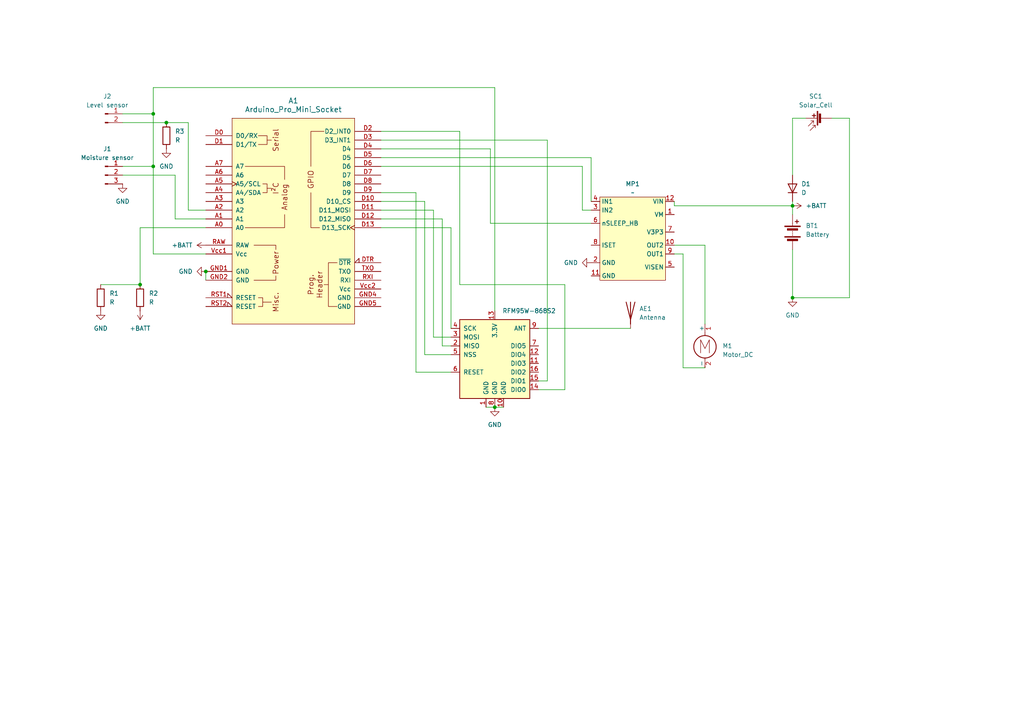
<source format=kicad_sch>
(kicad_sch (version 20250114) (generator "eeschema") (generator_version "9.0")
  (paper "A4")
  (lib_symbols
    (symbol "Connector:Conn_01x02_Pin" (pin_names (offset 1.016) (hide yes))
      (property "Reference" "J" (at 0 2.54 0))
      (property "Value" "Conn_01x02_Pin" (at 0 -5.08 0))
      (symbol "Conn_01x02_Pin_1_1"
        (rectangle (start 0.8636 0.127) (end 0 -0.127) (stroke (width 0.1524)) (fill (type outline)))
        (rectangle (start 0.8636 -2.413) (end 0 -2.667) (stroke (width 0.1524)) (fill (type outline)))
        (polyline (pts (xy 1.27 0) (xy 0.8636 0)) (stroke (width 0.1524)))
        (polyline (pts (xy 1.27 -2.54) (xy 0.8636 -2.54)) (stroke (width 0.1524)))
        (pin passive line (at 5.08 0 180) (length 3.81) (name "Pin_1") (number "1"))
        (pin passive line (at 5.08 -2.54 180) (length 3.81) (name "Pin_2") (number "2"))
      )
    )
    (symbol "Connector:Conn_01x03_Pin" (pin_names (offset 1.016) (hide yes))
      (property "Reference" "J" (at 0 5.08 0))
      (property "Value" "Conn_01x03_Pin" (at 0 -5.08 0))
      (symbol "Conn_01x03_Pin_1_1"
        (rectangle (start 0.8636 2.667) (end 0 2.413) (stroke (width 0.1524)) (fill (type outline)))
        (rectangle (start 0.8636 0.127) (end 0 -0.127) (stroke (width 0.1524)) (fill (type outline)))
        (rectangle (start 0.8636 -2.413) (end 0 -2.667) (stroke (width 0.1524)) (fill (type outline)))
        (polyline (pts (xy 1.27 2.54) (xy 0.8636 2.54)) (stroke (width 0.1524)))
        (polyline (pts (xy 1.27 0) (xy 0.8636 0)) (stroke (width 0.1524)))
        (polyline (pts (xy 1.27 -2.54) (xy 0.8636 -2.54)) (stroke (width 0.1524)))
        (pin passive line (at 5.08 2.54 180) (length 3.81) (name "Pin_1") (number "1"))
        (pin passive line (at 5.08 0 180) (length 3.81) (name "Pin_2") (number "2"))
        (pin passive line (at 5.08 -2.54 180) (length 3.81) (name "Pin_3") (number "3"))
      )
    )
    (symbol "Device:Antenna" (pin_numbers (hide yes)) (pin_names (offset 1.016) (hide yes))
      (property "Reference" "AE" (at -1.905 1.905 0))
      (property "Value" "Antenna" (at -1.905 0 0))
      (symbol "Antenna_0_1"
        (polyline (pts (xy 0 2.54) (xy 0 -3.81)) (stroke (width 0.254)))
        (polyline (pts (xy 1.27 2.54) (xy 0 -2.54) (xy -1.27 2.54)) (stroke (width 0.254)))
      )
      (symbol "Antenna_1_1"
        (pin input line (at 0 -5.08 90) (length 2.54) (name "A") (number "1"))
      )
    )
    (symbol "Device:Battery" (pin_numbers (hide yes)) (pin_names (offset 0) (hide yes))
      (property "Reference" "BT" (at 2.54 2.54 0))
      (property "Value" "Battery" (at 2.54 0 0))
      (symbol "Battery_0_1"
        (rectangle (start -2.286 1.778) (end 2.286 1.524) (fill (type outline)))
        (rectangle (start -2.286 -1.27) (end 2.286 -1.524) (fill (type outline)))
        (rectangle (start -1.524 1.016) (end 1.524 0.508) (fill (type outline)))
        (rectangle (start -1.524 -2.032) (end 1.524 -2.54) (fill (type outline)))
        (polyline (pts (xy 0 1.778) (xy 0 2.54)))
        (polyline (pts (xy 0 0) (xy 0 0.254)))
        (polyline (pts (xy 0 -0.508) (xy 0 -0.254)))
        (polyline (pts (xy 0 -1.016) (xy 0 -0.762)))
        (polyline (pts (xy 0.762 3.048) (xy 1.778 3.048)) (stroke (width 0.254)))
        (polyline (pts (xy 1.27 3.556) (xy 1.27 2.54)) (stroke (width 0.254)))
      )
      (symbol "Battery_1_1"
        (pin passive line (at 0 5.08 270) (length 2.54) (name "+") (number "1"))
        (pin passive line (at 0 -5.08 90) (length 2.54) (name "-") (number "2"))
      )
    )
    (symbol "Device:D" (pin_numbers (hide yes)) (pin_names (offset 1.016) (hide yes))
      (property "Reference" "D" (at 0 2.54 0))
      (property "Value" "D" (at 0 -2.54 0))
      (symbol "D_0_1"
        (polyline (pts (xy -1.27 1.27) (xy -1.27 -1.27)) (stroke (width 0.254)))
        (polyline (pts (xy 1.27 1.27) (xy 1.27 -1.27) (xy -1.27 0) (xy 1.27 1.27)) (stroke (width 0.254)))
        (polyline (pts (xy 1.27 0) (xy -1.27 0)))
      )
      (symbol "D_1_1"
        (pin passive line (at -3.81 0 0) (length 2.54) (name "K") (number "1"))
        (pin passive line (at 3.81 0 180) (length 2.54) (name "A") (number "2"))
      )
    )
    (symbol "Device:R" (pin_numbers (hide yes)) (pin_names (offset 0))
      (property "Reference" "R" (at 2.032 0 90))
      (property "Value" "R" (at 0 0 90))
      (symbol "R_0_1"
        (rectangle (start -1.016 -2.54) (end 1.016 2.54) (stroke (width 0.254)))
      )
      (symbol "R_1_1"
        (pin passive line (at 0 3.81 270) (length 1.27) (name "~") (number "1"))
        (pin passive line (at 0 -3.81 90) (length 1.27) (name "~") (number "2"))
      )
    )
    (symbol "Device:Solar_Cell" (pin_numbers (hide yes)) (pin_names (offset 0) (hide yes))
      (property "Reference" "SC" (at 2.54 2.54 0))
      (property "Value" "Solar_Cell" (at 2.54 0 0))
      (symbol "Solar_Cell_0_1"
        (polyline (pts (xy -2.032 3.048) (xy -2.032 2.286) (xy -2.794 2.286)))
        (polyline (pts (xy -2.032 2.286) (xy -3.556 3.81)))
        (rectangle (start -2.032 1.778) (end 2.032 1.524) (fill (type outline)))
        (rectangle (start -1.3208 1.1938) (end 1.27 0.6858) (fill (type outline)))
        (polyline (pts (xy -0.762 3.556) (xy -0.762 2.794) (xy -1.524 2.794)))
        (polyline (pts (xy -0.762 2.794) (xy -2.286 4.318)))
        (polyline (pts (xy 0 1.778) (xy 0 2.54)))
        (polyline (pts (xy 0 0.762) (xy 0 0)))
        (polyline (pts (xy 0.254 2.667) (xy 1.27 2.667)) (stroke (width 0.254)))
        (polyline (pts (xy 0.762 3.175) (xy 0.762 2.159)) (stroke (width 0.254)))
      )
      (symbol "Solar_Cell_1_1"
        (pin passive line (at 0 5.08 270) (length 2.54) (name "+") (number "1"))
        (pin passive line (at 0 -2.54 90) (length 2.54) (name "-") (number "2"))
      )
    )
    (symbol "Motor:Motor_DC" (pin_names (offset 0))
      (property "Reference" "M" (at 2.54 2.54 0))
      (property "Value" "Motor_DC" (at 2.54 -5.08 0))
      (symbol "Motor_DC_0_0"
        (polyline (pts (xy -1.27 -3.302) (xy -1.27 0.508) (xy 0 -2.032) (xy 1.27 0.508) (xy 1.27 -3.302)))
      )
      (symbol "Motor_DC_0_1"
        (polyline (pts (xy 0 2.032) (xy 0 2.54)))
        (polyline (pts (xy 0 1.7272) (xy 0 2.0828)))
        (circle (center 0 -1.524) (radius 3.2512) (stroke (width 0.254)))
        (polyline (pts (xy 0 -4.7752) (xy 0 -5.1816)))
        (polyline (pts (xy 0 -7.62) (xy 0 -7.112)))
      )
      (symbol "Motor_DC_1_1"
        (pin passive line (at 0 5.08 270) (length 2.54) (name "+") (number "1"))
        (pin passive line (at 0 -7.62 90) (length 2.54) (name "-") (number "2"))
      )
    )
    (symbol "PCM_arduino-library:Arduino_Pro_Mini_Socket" (pin_names (offset 1.016))
      (property "Reference" "A" (at 0 36.83 0))
      (property "Value" "Arduino_Pro_Mini_Socket" (at 0 33.02 0))
      (symbol "Arduino_Pro_Mini_Socket_0_0"
        (rectangle (start -17.78 30.48) (end 17.78 -29.21) (fill (type background)))
        (polyline (pts (xy -11.43 -16.51) (xy -5.08 -16.51) (xy -5.08 -15.24)))
        (polyline (pts (xy -10.16 25.4) (xy -7.62 25.4) (xy -7.62 22.86) (xy -10.16 22.86)))
        (polyline (pts (xy -8.89 11.43) (xy -7.62 11.43) (xy -7.62 8.89) (xy -8.89 8.89)))
        (polyline (pts (xy -7.62 24.13) (xy -6.35 24.13)))
        (polyline (pts (xy -7.62 10.16) (xy -6.35 10.16)))
        (polyline (pts (xy -6.35 -22.86) (xy -8.89 -22.86)))
        (polyline (pts (xy -5.08 -7.62) (xy -5.08 -6.35) (xy -11.43 -6.35)))
        (polyline (pts (xy -2.54 12.7) (xy -2.54 16.51) (xy -13.97 16.51)))
        (polyline (pts (xy -2.54 2.54) (xy -2.54 -1.27) (xy -13.97 -1.27)))
        (polyline (pts (xy 12.7 -11.43) (xy 10.16 -11.43) (xy 10.16 -16.51) (xy 10.16 -17.78) (xy 8.89 -17.78) (xy 10.16 -17.78) (xy 10.16 -24.13) (xy 12.7 -24.13)))
        (text "Serial" (at -5.08 24.13 900) (effects (font (size 1.524 1.524))))
        (text "I²C" (at -5.08 10.16 900) (effects (font (size 1.524 1.524))))
        (text "Power" (at -5.08 -11.43 900) (effects (font (size 1.524 1.524))))
        (text "Misc." (at -5.08 -22.86 900) (effects (font (size 1.524 1.524))))
        (text "Analog" (at -2.54 7.62 900) (effects (font (size 1.524 1.524))))
        (text "Prog." (at 5.08 -17.78 900) (effects (font (size 1.524 1.524))))
        (text "Header" (at 7.62 -17.78 900) (effects (font (size 1.524 1.524))))
      )
      (symbol "Arduino_Pro_Mini_Socket_0_1"
        (polyline (pts (xy -10.16 -24.13) (xy -8.89 -24.13) (xy -8.89 -21.59) (xy -10.16 -21.59)))
        (polyline (pts (xy 7.62 -1.27) (xy 5.08 -1.27) (xy 5.08 8.89)))
        (polyline (pts (xy 8.89 26.67) (xy 5.08 26.67) (xy 5.08 16.51)))
      )
      (symbol "Arduino_Pro_Mini_Socket_1_0"
        (text "GPIO" (at 5.08 12.7 900) (effects (font (size 1.524 1.524))))
      )
      (symbol "Arduino_Pro_Mini_Socket_1_1"
        (pin bidirectional line (at -25.4 25.4 0) (length 7.62) (name "D0/RX") (number "D0"))
        (pin bidirectional line (at -25.4 22.86 0) (length 7.62) (name "D1/TX") (number "D1"))
        (pin input line (at -25.4 16.51 0) (length 7.62) (name "A7") (number "A7"))
        (pin input line (at -25.4 13.97 0) (length 7.62) (name "A6") (number "A6"))
        (pin bidirectional clock (at -25.4 11.43 0) (length 7.62) (name "A5/SCL") (number "A5"))
        (pin bidirectional line (at -25.4 8.89 0) (length 7.62) (name "A4/SDA") (number "A4"))
        (pin bidirectional line (at -25.4 6.35 0) (length 7.62) (name "A3") (number "A3"))
        (pin bidirectional line (at -25.4 3.81 0) (length 7.62) (name "A2") (number "A2"))
        (pin bidirectional line (at -25.4 1.27 0) (length 7.62) (name "A1") (number "A1"))
        (pin bidirectional line (at -25.4 -1.27 0) (length 7.62) (name "A0") (number "A0"))
        (pin power_in line (at -25.4 -6.35 0) (length 7.62) (name "RAW") (number "RAW"))
        (pin power_in line (at -25.4 -8.89 0) (length 7.62) (name "Vcc") (number "Vcc1"))
        (pin power_in line (at -25.4 -13.97 0) (length 7.62) (name "GND") (number "GND1"))
        (pin power_in line (at -25.4 -16.51 0) (length 7.62) (name "GND") (number "GND2"))
        (pin open_collector input_low (at -25.4 -21.59 0) (length 7.62) (name "RESET") (number "RST1"))
        (pin open_collector input_low (at -25.4 -24.13 0) (length 7.62) (name "RESET") (number "RST2"))
        (pin bidirectional line (at 25.4 26.67 180) (length 7.62) (name "D2_INT0") (number "D2"))
        (pin bidirectional line (at 25.4 24.13 180) (length 7.62) (name "D3_INT1") (number "D3"))
        (pin bidirectional line (at 25.4 21.59 180) (length 7.62) (name "D4") (number "D4"))
        (pin bidirectional line (at 25.4 19.05 180) (length 7.62) (name "D5") (number "D5"))
        (pin bidirectional line (at 25.4 16.51 180) (length 7.62) (name "D6") (number "D6"))
        (pin bidirectional line (at 25.4 13.97 180) (length 7.62) (name "D7") (number "D7"))
        (pin bidirectional line (at 25.4 11.43 180) (length 7.62) (name "D8") (number "D8"))
        (pin bidirectional line (at 25.4 8.89 180) (length 7.62) (name "D9") (number "D9"))
        (pin bidirectional line (at 25.4 6.35 180) (length 7.62) (name "D10_CS") (number "D10"))
        (pin bidirectional line (at 25.4 3.81 180) (length 7.62) (name "D11_MOSI") (number "D11"))
        (pin bidirectional line (at 25.4 1.27 180) (length 7.62) (name "D12_MISO") (number "D12"))
        (pin bidirectional clock (at 25.4 -1.27 180) (length 7.62) (name "D13_SCK") (number "D13"))
        (pin input input_low (at 25.4 -11.43 180) (length 7.62) (name "~{DTR}") (number "DTR"))
        (pin output line (at 25.4 -13.97 180) (length 7.62) (name "TXO") (number "TXO"))
        (pin input line (at 25.4 -16.51 180) (length 7.62) (name "RXI") (number "RXI"))
        (pin power_in line (at 25.4 -19.05 180) (length 7.62) (name "Vcc") (number "Vcc2"))
        (pin power_in line (at 25.4 -21.59 180) (length 7.62) (name "GND") (number "GND4"))
        (pin power_in line (at 25.4 -24.13 180) (length 7.62) (name "GND") (number "GND5"))
      )
    )
    (symbol "RF_Module:RFM95W-868S2" (pin_names (offset 1.016))
      (property "Reference" "U" (at -10.414 11.684 0))
      (property "Value" "RFM95W-868S2" (at 1.524 11.43 0))
      (symbol "RFM95W-868S2_0_1"
        (rectangle (start -10.16 10.16) (end 10.16 -12.7) (stroke (width 0.254)) (fill (type background)))
      )
      (symbol "RFM95W-868S2_1_1"
        (pin input line (at -12.7 7.62 0) (length 2.54) (name "SCK") (number "4"))
        (pin input line (at -12.7 5.08 0) (length 2.54) (name "MOSI") (number "3"))
        (pin output line (at -12.7 2.54 0) (length 2.54) (name "MISO") (number "2"))
        (pin input line (at -12.7 0 0) (length 2.54) (name "NSS") (number "5"))
        (pin bidirectional line (at -12.7 -5.08 0) (length 2.54) (name "RESET") (number "6"))
        (pin power_in line (at -2.54 -15.24 90) (length 2.54) (name "GND") (number "1"))
        (pin power_in line (at 0 12.7 270) (length 2.54) (name "3.3V") (number "13"))
        (pin power_in line (at 0 -15.24 90) (length 2.54) (name "GND") (number "8"))
        (pin power_in line (at 2.54 -15.24 90) (length 2.54) (name "GND") (number "10"))
        (pin bidirectional line (at 12.7 7.62 180) (length 2.54) (name "ANT") (number "9"))
        (pin bidirectional line (at 12.7 2.54 180) (length 2.54) (name "DIO5") (number "7"))
        (pin bidirectional line (at 12.7 0 180) (length 2.54) (name "DIO4") (number "12"))
        (pin bidirectional line (at 12.7 -2.54 180) (length 2.54) (name "DIO3") (number "11"))
        (pin bidirectional line (at 12.7 -5.08 180) (length 2.54) (name "DIO2") (number "16"))
        (pin bidirectional line (at 12.7 -7.62 180) (length 2.54) (name "DIO1") (number "15"))
        (pin bidirectional line (at 12.7 -10.16 180) (length 2.54) (name "DIO0") (number "14"))
      )
    )
    (symbol "power:+BATT" (power) (pin_numbers (hide yes)) (pin_names (offset 0) (hide yes))
      (property "Value" "+BATT" (at 0 3.556 0))
      (symbol "+BATT_0_1"
        (polyline (pts (xy -0.762 1.27) (xy 0 2.54)))
        (polyline (pts (xy 0 2.54) (xy 0.762 1.27)))
        (polyline (pts (xy 0 0) (xy 0 2.54)))
      )
      (symbol "+BATT_1_1"
        (pin power_in line (at 0 0 90) (length 0) (name "~") (number "1"))
      )
    )
    (symbol "power:GND" (power) (pin_numbers (hide yes)) (pin_names (offset 0) (hide yes))
      (property "Value" "GND" (at 0 -3.81 0))
      (symbol "GND_0_1"
        (polyline (pts (xy 0 0) (xy 0 -1.27) (xy 1.27 -1.27) (xy 0 -2.54) (xy -1.27 -1.27) (xy 0 -1.27)))
      )
      (symbol "GND_1_1"
        (pin power_in line (at 0 0 270) (length 0) (name "~") (number "1"))
      )
    )
    (symbol "watering:Driver_Motor{colon}Pololu_MP6550"
      (property "Reference" "MP1" (at -0.635 16.51 0))
      (property "Value" "~" (at -0.635 13.97 0))
      (symbol "Driver_Motor{colon}Pololu_MP6550_1_1"
        (rectangle (start -10.16 12.7) (end 8.89 -11.43) (fill (type background)))
        (pin input line (at -12.7 11.43 0) (length 2.54) (name "IN1") (number "4"))
        (pin input line (at -12.7 8.89 0) (length 2.54) (name "IN2") (number "3"))
        (pin input line (at -12.7 5.08 0) (length 2.54) (name "nSLEEP_HB") (number "6"))
        (pin free line (at -12.7 -1.27 0) (length 2.54) (name "ISET") (number "8"))
        (pin power_out line (at -12.7 -6.35 0) (length 2.54) (name "GND") (number "2"))
        (pin power_out line (at -12.7 -10.16 0) (length 2.54) (name "GND") (number "11"))
        (pin power_in line (at 11.43 11.43 180) (length 2.54) (name "VIN") (number "12"))
        (pin power_out line (at 11.43 7.62 180) (length 2.54) (name "VM") (number "1"))
        (pin power_out line (at 11.43 2.54 180) (length 2.54) (name "V3P3") (number "7"))
        (pin output line (at 11.43 -1.27 180) (length 2.54) (name "OUT2") (number "10"))
        (pin output line (at 11.43 -3.81 180) (length 2.54) (name "OUT1") (number "9"))
        (pin input line (at 11.43 -7.62 180) (length 2.54) (name "VISEN") (number "5"))
      )
    )
  )
  (junction (at 59.69 78.74))
  (junction (at 44.45 33.02))
  (junction (at 143.51 118.11))
  (junction (at 229.87 59.69))
  (junction (at 229.87 86.36))
  (junction (at 48.26 35.56))
  (junction (at 40.64 82.55))
  (junction (at 44.45 48.26))
  (wire (pts (xy 229.87 59.69) (xy 229.87 62.23)))
  (wire (pts (xy 158.75 40.64) (xy 158.75 110.49)))
  (wire (pts (xy 110.49 45.72) (xy 171.45 45.72)))
  (wire (pts (xy 50.8 50.8) (xy 50.8 63.5)))
  (wire (pts (xy 143.51 25.4) (xy 44.45 25.4)))
  (wire (pts (xy 229.87 72.39) (xy 229.87 86.36)))
  (wire (pts (xy 229.87 59.69) (xy 195.58 59.69)))
  (wire (pts (xy 156.21 95.25) (xy 182.88 95.25)))
  (wire (pts (xy 44.45 73.66) (xy 44.45 48.26)))
  (wire (pts (xy 123.19 58.42) (xy 123.19 102.87)))
  (wire (pts (xy 163.83 82.55) (xy 133.35 82.55)))
  (wire (pts (xy 110.49 63.5) (xy 128.27 63.5)))
  (wire (pts (xy 35.56 33.02) (xy 44.45 33.02)))
  (wire (pts (xy 156.21 110.49) (xy 158.75 110.49)))
  (wire (pts (xy 110.49 43.18) (xy 142.24 43.18)))
  (wire (pts (xy 125.73 60.96) (xy 125.73 97.79)))
  (wire (pts (xy 195.58 73.66) (xy 198.12 73.66)))
  (wire (pts (xy 110.49 55.88) (xy 120.65 55.88)))
  (wire (pts (xy 168.91 48.26) (xy 168.91 60.96)))
  (wire (pts (xy 241.3 34.29) (xy 246.38 34.29)))
  (wire (pts (xy 110.49 38.1) (xy 133.35 38.1)))
  (wire (pts (xy 246.38 34.29) (xy 246.38 86.36)))
  (wire (pts (xy 143.51 90.17) (xy 143.51 25.4)))
  (wire (pts (xy 123.19 102.87) (xy 130.81 102.87)))
  (wire (pts (xy 44.45 48.26) (xy 35.56 48.26)))
  (wire (pts (xy 29.21 82.55) (xy 40.64 82.55)))
  (wire (pts (xy 59.69 60.96) (xy 54.61 60.96)))
  (wire (pts (xy 140.97 118.11) (xy 143.51 118.11)))
  (wire (pts (xy 229.87 86.36) (xy 246.38 86.36)))
  (wire (pts (xy 110.49 60.96) (xy 125.73 60.96)))
  (wire (pts (xy 44.45 25.4) (xy 44.45 33.02)))
  (wire (pts (xy 168.91 60.96) (xy 171.45 60.96)))
  (wire (pts (xy 50.8 63.5) (xy 59.69 63.5)))
  (wire (pts (xy 59.69 73.66) (xy 44.45 73.66)))
  (wire (pts (xy 163.83 113.03) (xy 163.83 82.55)))
  (wire (pts (xy 198.12 73.66) (xy 198.12 106.68)))
  (wire (pts (xy 110.49 40.64) (xy 158.75 40.64)))
  (wire (pts (xy 142.24 43.18) (xy 142.24 64.77)))
  (wire (pts (xy 54.61 60.96) (xy 54.61 35.56)))
  (wire (pts (xy 233.68 34.29) (xy 229.87 34.29)))
  (wire (pts (xy 204.47 71.12) (xy 204.47 93.98)))
  (wire (pts (xy 171.45 45.72) (xy 171.45 58.42)))
  (wire (pts (xy 128.27 100.33) (xy 130.81 100.33)))
  (wire (pts (xy 110.49 66.04) (xy 130.81 66.04)))
  (wire (pts (xy 128.27 63.5) (xy 128.27 100.33)))
  (wire (pts (xy 35.56 35.56) (xy 48.26 35.56)))
  (wire (pts (xy 143.51 118.11) (xy 146.05 118.11)))
  (wire (pts (xy 133.35 82.55) (xy 133.35 38.1)))
  (wire (pts (xy 48.26 35.56) (xy 54.61 35.56)))
  (wire (pts (xy 59.69 66.04) (xy 40.64 66.04)))
  (wire (pts (xy 130.81 66.04) (xy 130.81 95.25)))
  (wire (pts (xy 130.81 97.79) (xy 125.73 97.79)))
  (wire (pts (xy 40.64 66.04) (xy 40.64 82.55)))
  (wire (pts (xy 195.58 71.12) (xy 204.47 71.12)))
  (wire (pts (xy 156.21 113.03) (xy 163.83 113.03)))
  (wire (pts (xy 110.49 48.26) (xy 168.91 48.26)))
  (wire (pts (xy 110.49 58.42) (xy 123.19 58.42)))
  (wire (pts (xy 35.56 50.8) (xy 50.8 50.8)))
  (wire (pts (xy 44.45 33.02) (xy 44.45 48.26)))
  (wire (pts (xy 59.69 78.74) (xy 59.69 81.28)))
  (wire (pts (xy 142.24 64.77) (xy 171.45 64.77)))
  (wire (pts (xy 120.65 107.95) (xy 130.81 107.95)))
  (wire (pts (xy 198.12 106.68) (xy 204.47 106.68)))
  (wire (pts (xy 120.65 55.88) (xy 120.65 107.95)))
  (wire (pts (xy 195.58 59.69) (xy 195.58 58.42)))
  (wire (pts (xy 229.87 58.42) (xy 229.87 59.69)))
  (wire (pts (xy 229.87 34.29) (xy 229.87 50.8)))
  (symbol (lib_id "power:+BATT") (at 40.64 90.17 180) (unit 1)
    (property "Reference" "#PWR07" (effects (hide yes)))
    (property "Value" "+BATT" (at 40.64 95.25 0))
    (property "Description" "Power symbol creates a global label with name \"+BATT\"" (effects (hide yes)))
  )
  (symbol (lib_id "Device:R") (at 40.64 86.36 0) (unit 1)
    (property "Reference" "R2" (at 43.18 85.0899 0) (effects (justify left)))
    (property "Value" "R" (at 43.18 87.6299 0) (effects (justify left)))
    (property "Footprint" "Resistor_THT:R_Axial_DIN0207_L6.3mm_D2.5mm_P10.16mm_Horizontal" (effects (hide yes)))
    (property "Description" "Resistor" (effects (hide yes)))
  )
  (symbol (lib_id "Device:Solar_Cell") (at 238.76 34.29 90) (unit 1)
    (property "Reference" "SC1" (at 236.601 27.94 90))
    (property "Value" "Solar_Cell" (at 236.601 30.48 90))
    (property "Footprint" "Connector_JST:JST_EH_B2B-EH-A_1x02_P2.50mm_Vertical" (effects (hide yes)))
    (property "Description" "Single solar cell" (effects (hide yes)))
  )
  (symbol (lib_id "Device:R") (at 29.21 86.36 0) (unit 1)
    (property "Reference" "R1" (at 31.75 85.0899 0) (effects (justify left)))
    (property "Value" "R" (at 31.75 87.6299 0) (effects (justify left)))
    (property "Footprint" "Resistor_THT:R_Axial_DIN0207_L6.3mm_D2.5mm_P10.16mm_Horizontal" (effects (hide yes)))
    (property "Description" "Resistor" (effects (hide yes)))
  )
  (symbol (lib_id "Connector:Conn_01x03_Pin") (at 30.48 50.8 0) (unit 1)
    (property "Reference" "J1" (at 31.115 43.18 0))
    (property "Value" "Moisture sensor" (at 31.115 45.72 0))
    (property "Footprint" "Connector_JST:JST_EH_B3B-EH-A_1x03_P2.50mm_Vertical" (effects (hide yes)))
    (property "Description" "Generic connector, single row, 01x03, script generated" (effects (hide yes)))
  )
  (symbol (lib_id "power:GND") (at 171.45 76.2 270) (unit 1)
    (property "Reference" "#PWR05" (effects (hide yes)))
    (property "Value" "GND" (at 167.64 76.1999 90) (effects (justify right)))
    (property "Description" "Power symbol creates a global label with name \"GND\" , ground" (effects (hide yes)))
  )
  (symbol (lib_id "power:GND") (at 29.21 90.17 0) (unit 1)
    (property "Reference" "#PWR06" (effects (hide yes)))
    (property "Value" "GND" (at 29.21 95.25 0))
    (property "Description" "Power symbol creates a global label with name \"GND\" , ground" (effects (hide yes)))
  )
  (symbol (lib_id "power:GND") (at 35.56 53.34 0) (unit 1)
    (property "Reference" "#PWR8" (effects (hide yes)))
    (property "Value" "GND" (at 35.56 58.42 0))
    (property "Description" "Power symbol creates a global label with name \"GND\" , ground" (effects (hide yes)))
  )
  (symbol (lib_id "power:GND") (at 143.51 118.11 0) (unit 1)
    (property "Reference" "#PWR9" (effects (hide yes)))
    (property "Value" "GND" (at 143.51 123.19 0))
    (property "Description" "Power symbol creates a global label with name \"GND\" , ground" (effects (hide yes)))
  )
  (symbol (lib_id "power:+BATT") (at 59.69 71.12 90) (unit 1)
    (property "Reference" "#PWR03" (effects (hide yes)))
    (property "Value" "+BATT" (at 55.88 71.1199 90) (effects (justify left)))
    (property "Description" "Power symbol creates a global label with name \"+BATT\"" (effects (hide yes)))
  )
  (symbol (lib_id "PCM_arduino-library:Arduino_Pro_Mini_Socket") (at 85.09 64.77 0) (unit 1)
    (property "Reference" "A1" (at 85.09 29.21 0) (effects (font (size 1.524 1.524))))
    (property "Value" "Arduino_Pro_Mini_Socket" (at 85.09 31.75 0) (effects (font (size 1.524 1.524))))
    (property "Footprint" "PCM_arduino-library:Arduino_Pro_Mini_Socket" (effects (hide yes)))
    (property "Datasheet" "https://docs.arduino.cc/retired/boards/arduino-pro-mini" (effects (hide yes)))
    (property "Description" "Socket for Arduino Pro Mini" (effects (hide yes)))
  )
  (symbol (lib_id "Motor:Motor_DC") (at 204.47 99.06 0) (unit 1)
    (property "Reference" "M1" (at 209.55 100.3299 0) (effects (justify left)))
    (property "Value" "Motor_DC" (at 209.55 102.8699 0) (effects (justify left)))
    (property "Footprint" "Connector_JST:JST_EH_B2B-EH-A_1x02_P2.50mm_Vertical" (effects (hide yes)))
    (property "Description" "DC Motor" (effects (hide yes)))
  )
  (symbol (lib_id "RF_Module:RFM95W-868S2") (at 143.51 102.87 0) (unit 1)
    (property "Reference" "U1" (effects (hide yes)))
    (property "Value" "RFM95W-868S2" (at 145.7041 90.17 0) (effects (justify left)))
    (property "Footprint" "RF_Module:HOPERF_RFM9XW_THT" (effects (hide yes)))
    (property "Datasheet" "https://www.hoperf.com/data/upload/portal/20181127/5bfcbea20e9ef.pdf" (effects (hide yes)))
    (property "Description" "Low power long range transceiver module, SPI and parallel interface, 868 MHz, spreading factor 6 to12, bandwidth 7.8 to 500kHz, -111 to -148 dBm, SMD-16, DIP-16" (effects (hide yes)))
  )
  (symbol (lib_id "Device:Battery") (at 229.87 67.31 0) (unit 1)
    (property "Reference" "BT1" (at 233.68 65.4684 0) (effects (justify left)))
    (property "Value" "Battery" (at 233.68 68.0084 0) (effects (justify left)))
    (property "Footprint" "Connector_JST:JST_EH_B2B-EH-A_1x02_P2.50mm_Vertical" (effects (hide yes)))
    (property "Description" "Multiple-cell battery" (effects (hide yes)))
  )
  (symbol (lib_id "power:GND") (at 59.69 78.74 270) (unit 1)
    (property "Reference" "#PWR04" (effects (hide yes)))
    (property "Value" "GND" (at 55.88 78.7399 90) (effects (justify right)))
    (property "Description" "Power symbol creates a global label with name \"GND\" , ground" (effects (hide yes)))
  )
  (symbol (lib_id "power:GND") (at 48.26 43.18 0) (mirror y) (unit 1)
    (property "Reference" "#PWR010" (effects (hide yes)))
    (property "Value" "GND" (at 48.26 48.26 0))
    (property "Description" "Power symbol creates a global label with name \"GND\" , ground" (effects (hide yes)))
  )
  (symbol (lib_id "power:+BATT") (at 229.87 59.69 270) (unit 1)
    (property "Reference" "#PWR02" (effects (hide yes)))
    (property "Value" "+BATT" (at 233.68 59.6899 90) (effects (justify left)))
    (property "Description" "Power symbol creates a global label with name \"+BATT\"" (effects (hide yes)))
  )
  (symbol (lib_id "power:GND") (at 229.87 86.36 0) (unit 1)
    (property "Reference" "#PWR01" (effects (hide yes)))
    (property "Value" "GND" (at 229.87 91.44 0))
    (property "Description" "Power symbol creates a global label with name \"GND\" , ground" (effects (hide yes)))
  )
  (symbol (lib_id "Device:Antenna") (at 182.88 90.17 0) (unit 1)
    (property "Reference" "AE1" (at 185.42 89.5349 0) (effects (justify left)))
    (property "Value" "Antenna" (at 185.42 92.0749 0) (effects (justify left)))
    (property "Footprint" "RF_Antenna:Texas_SWRA416_868MHz_915MHz" (effects (hide yes)))
    (property "Description" "Antenna" (effects (hide yes)))
  )
  (symbol (lib_id "Device:D") (at 229.87 54.61 90) (unit 1)
    (property "Reference" "D1" (at 232.41 53.3399 90) (effects (justify right)))
    (property "Value" "D" (at 232.41 55.8799 90) (effects (justify right)))
    (property "Footprint" "Diode_THT:D_T-1_P10.16mm_Horizontal" (effects (hide yes)))
    (property "Description" "Diode" (effects (hide yes)))
    (property "Sim.Device" "D" (effects (hide yes)))
    (property "Sim.Pins" "1=K 2=A" (effects (hide yes)))
  )
  (symbol (lib_id "watering:Driver_Motor{colon}Pololu_MP6550") (at 184.15 69.85 0) (unit 1)
    (property "Reference" "MP1" (at 183.515 53.34 0))
    (property "Value" "~" (at 183.515 55.88 0))
    (property "Footprint" "watering:MP6550" (effects (hide yes)))
  )
  (symbol (lib_id "Connector:Conn_01x02_Pin") (at 30.48 33.02 0) (unit 1)
    (property "Reference" "J2" (at 31.115 27.94 0))
    (property "Value" "Level sensor" (at 31.115 30.48 0))
    (property "Footprint" "Connector_JST:JST_EH_B2B-EH-A_1x02_P2.50mm_Vertical" (effects (hide yes)))
    (property "Description" "Generic connector, single row, 01x02, script generated" (effects (hide yes)))
  )
  (symbol (lib_id "Device:R") (at 48.26 39.37 0) (unit 1)
    (property "Reference" "R3" (at 50.8 38.0999 0) (effects (justify left)))
    (property "Value" "R" (at 50.8 40.6399 0) (effects (justify left)))
    (property "Footprint" "Resistor_THT:R_Axial_DIN0207_L6.3mm_D2.5mm_P10.16mm_Horizontal" (effects (hide yes)))
    (property "Description" "Resistor" (effects (hide yes)))
  )
)
</source>
